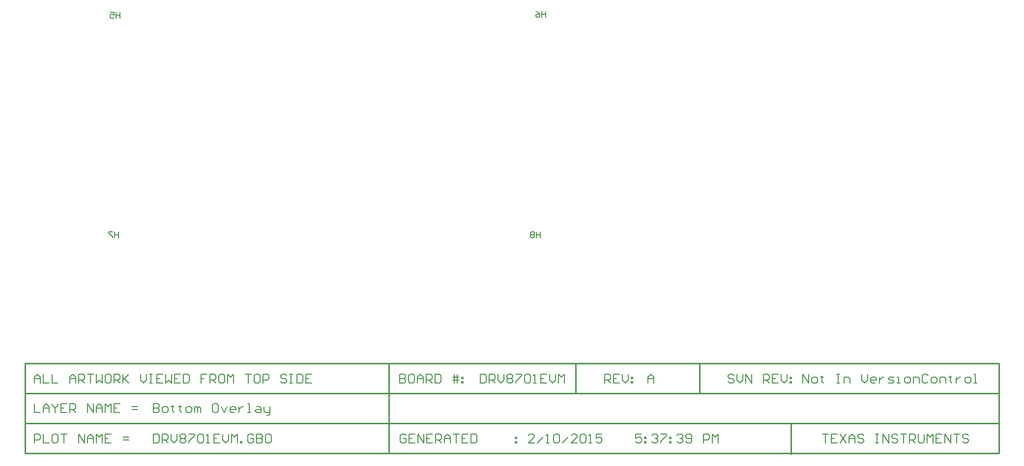
<source format=gbo>
%FSAX25Y25*%
%MOIN*%
G70*
G01*
G75*
G04 Layer_Color=9218505*
%ADD10R,0.05402X0.02795*%
%ADD11R,0.02323X0.02795*%
%ADD12R,0.05512X0.08268*%
%ADD13O,0.08268X0.01772*%
%ADD14O,0.00945X0.02362*%
%ADD15O,0.02362X0.00945*%
%ADD16R,0.11024X0.11024*%
%ADD17O,0.06693X0.01378*%
%ADD18R,0.01000X0.01000*%
%ADD19R,0.04724X0.04724*%
%ADD20C,0.03937*%
%ADD21R,0.06299X0.08268*%
%ADD22R,0.07480X0.07087*%
%ADD23R,0.07480X0.07480*%
%ADD24R,0.05315X0.01575*%
%ADD25R,0.05906X0.13780*%
%ADD26R,0.04331X0.10236*%
%ADD27R,0.08000X0.04500*%
%ADD28R,0.05512X0.04331*%
%ADD29R,0.03347X0.03150*%
%ADD30R,0.01969X0.02362*%
%ADD31R,0.03150X0.03347*%
%ADD32R,0.04331X0.05512*%
%ADD33C,0.01000*%
%ADD34C,0.03000*%
%ADD35C,0.02000*%
%ADD36C,0.00800*%
%ADD37R,0.15157X0.17795*%
%ADD38C,0.07087*%
%ADD39R,0.07087X0.07087*%
%ADD40C,0.06000*%
%ADD41C,0.02500*%
%ADD42C,0.31496*%
%ADD43R,0.05906X0.05906*%
%ADD44C,0.05906*%
%ADD45C,0.08700*%
%ADD46C,0.06200*%
%ADD47R,0.06200X0.06200*%
%ADD48R,0.06496X0.06496*%
%ADD49C,0.06496*%
%ADD50R,0.05906X0.05906*%
%ADD51R,0.03740X0.03740*%
%ADD52C,0.03740*%
%ADD53R,0.05315X0.05315*%
%ADD54C,0.05315*%
%ADD55R,0.07087X0.07087*%
%ADD56C,0.02000*%
%ADD57C,0.00600*%
%ADD58C,0.00700*%
%ADD59C,0.01575*%
%ADD60C,0.02362*%
%ADD61C,0.00984*%
%ADD62C,0.00787*%
%ADD63C,0.00799*%
%ADD64C,0.01800*%
%ADD65C,0.01500*%
%ADD66C,0.00500*%
%ADD67R,0.03937X0.01969*%
%ADD68R,0.08661X0.04331*%
%ADD69R,0.03150X0.01575*%
%ADD70R,0.07874X0.01575*%
%ADD71R,0.01969X0.03937*%
%ADD72R,0.05095X0.02937*%
%ADD73R,0.04221X0.02213*%
%ADD74R,0.03016X0.02000*%
%ADD75R,0.04839X0.04839*%
%ADD76C,0.00000*%
%ADD77R,0.05795X0.03189*%
%ADD78R,0.02717X0.03189*%
%ADD79R,0.05906X0.08661*%
%ADD80O,0.08819X0.02323*%
%ADD81O,0.01339X0.02756*%
%ADD82O,0.02756X0.01339*%
%ADD83R,0.11417X0.11417*%
%ADD84O,0.07087X0.01772*%
%ADD85R,0.05118X0.05118*%
%ADD86C,0.07874*%
%ADD87R,0.06693X0.08661*%
%ADD88R,0.07874X0.07480*%
%ADD89R,0.07874X0.07874*%
%ADD90R,0.05709X0.01969*%
%ADD91R,0.06299X0.14173*%
%ADD92R,0.04724X0.10630*%
%ADD93R,0.08400X0.04900*%
%ADD94R,0.05906X0.04724*%
%ADD95R,0.03740X0.03543*%
%ADD96R,0.02362X0.02756*%
%ADD97R,0.03543X0.03740*%
%ADD98R,0.04724X0.05906*%
%ADD99R,0.15551X0.18189*%
%ADD100C,0.07480*%
%ADD101R,0.07480X0.07480*%
%ADD102C,0.06394*%
%ADD103C,0.02894*%
%ADD104C,0.31890*%
%ADD105R,0.06299X0.06299*%
%ADD106C,0.06299*%
%ADD107C,0.09094*%
%ADD108C,0.06594*%
%ADD109R,0.06594X0.06594*%
%ADD110R,0.06299X0.06299*%
%ADD111R,0.04134X0.04134*%
%ADD112C,0.04134*%
%ADD113R,0.05709X0.05709*%
%ADD114C,0.05709*%
%ADD115C,0.02394*%
G54D33*
X0497200Y0080717D02*
Y0101050D01*
X0413200Y0080717D02*
Y0101050D01*
X0040000Y0080717D02*
X0700200D01*
X0040000Y0060383D02*
X0700000D01*
X0040000Y0040050D02*
X0440500D01*
X0040050Y0101050D02*
X0700200D01*
X0040050Y0040050D02*
Y0101050D01*
Y0040050D02*
X0197600D01*
X0040000D02*
Y0101050D01*
X0286500Y0040050D02*
Y0101050D01*
X0700200Y0040050D02*
Y0101050D01*
X0440500Y0040050D02*
X0700200D01*
X0559400Y0039400D02*
Y0059683D01*
G54D36*
X0126900Y0073549D02*
Y0067551D01*
X0129899D01*
X0130899Y0068550D01*
Y0069550D01*
X0129899Y0070550D01*
X0126900D01*
X0129899D01*
X0130899Y0071549D01*
Y0072549D01*
X0129899Y0073549D01*
X0126900D01*
X0133898Y0067551D02*
X0135897D01*
X0136897Y0068550D01*
Y0070550D01*
X0135897Y0071549D01*
X0133898D01*
X0132898Y0070550D01*
Y0068550D01*
X0133898Y0067551D01*
X0139896Y0072549D02*
Y0071549D01*
X0138896D01*
X0140895D01*
X0139896D01*
Y0068550D01*
X0140895Y0067551D01*
X0144894Y0072549D02*
Y0071549D01*
X0143895D01*
X0145894D01*
X0144894D01*
Y0068550D01*
X0145894Y0067551D01*
X0149893D02*
X0151892D01*
X0152892Y0068550D01*
Y0070550D01*
X0151892Y0071549D01*
X0149893D01*
X0148893Y0070550D01*
Y0068550D01*
X0149893Y0067551D01*
X0154891D02*
Y0071549D01*
X0155891D01*
X0156890Y0070550D01*
Y0067551D01*
Y0070550D01*
X0157890Y0071549D01*
X0158890Y0070550D01*
Y0067551D01*
X0169886Y0073549D02*
X0167887D01*
X0166887Y0072549D01*
Y0068550D01*
X0167887Y0067551D01*
X0169886D01*
X0170886Y0068550D01*
Y0072549D01*
X0169886Y0073549D01*
X0172885Y0071549D02*
X0174884Y0067551D01*
X0176884Y0071549D01*
X0181882Y0067551D02*
X0179883D01*
X0178883Y0068550D01*
Y0070550D01*
X0179883Y0071549D01*
X0181882D01*
X0182882Y0070550D01*
Y0069550D01*
X0178883D01*
X0184881Y0071549D02*
Y0067551D01*
Y0069550D01*
X0185881Y0070550D01*
X0186881Y0071549D01*
X0187880D01*
X0190879Y0067551D02*
X0192879D01*
X0191879D01*
Y0073549D01*
X0190879D01*
X0196877Y0071549D02*
X0198877D01*
X0199876Y0070550D01*
Y0067551D01*
X0196877D01*
X0195878Y0068550D01*
X0196877Y0069550D01*
X0199876D01*
X0201876Y0071549D02*
Y0068550D01*
X0202875Y0067551D01*
X0205874D01*
Y0066551D01*
X0204875Y0065551D01*
X0203875D01*
X0205874Y0067551D02*
Y0071549D01*
X0567400Y0087833D02*
Y0093831D01*
X0571399Y0087833D01*
Y0093831D01*
X0574398Y0087833D02*
X0576397D01*
X0577397Y0088833D01*
Y0090832D01*
X0576397Y0091832D01*
X0574398D01*
X0573398Y0090832D01*
Y0088833D01*
X0574398Y0087833D01*
X0580396Y0092832D02*
Y0091832D01*
X0579396D01*
X0581395D01*
X0580396D01*
Y0088833D01*
X0581395Y0087833D01*
X0590393Y0093831D02*
X0592392D01*
X0591392D01*
Y0087833D01*
X0590393D01*
X0592392D01*
X0595391D02*
Y0091832D01*
X0598390D01*
X0599390Y0090832D01*
Y0087833D01*
X0607387Y0093831D02*
Y0089833D01*
X0609386Y0087833D01*
X0611386Y0089833D01*
Y0093831D01*
X0616384Y0087833D02*
X0614385D01*
X0613385Y0088833D01*
Y0090832D01*
X0614385Y0091832D01*
X0616384D01*
X0617384Y0090832D01*
Y0089833D01*
X0613385D01*
X0619383Y0091832D02*
Y0087833D01*
Y0089833D01*
X0620383Y0090832D01*
X0621383Y0091832D01*
X0622382D01*
X0625381Y0087833D02*
X0628380D01*
X0629380Y0088833D01*
X0628380Y0089833D01*
X0626381D01*
X0625381Y0090832D01*
X0626381Y0091832D01*
X0629380D01*
X0631379Y0087833D02*
X0633379D01*
X0632379D01*
Y0091832D01*
X0631379D01*
X0637377Y0087833D02*
X0639377D01*
X0640376Y0088833D01*
Y0090832D01*
X0639377Y0091832D01*
X0637377D01*
X0636378Y0090832D01*
Y0088833D01*
X0637377Y0087833D01*
X0642376D02*
Y0091832D01*
X0645375D01*
X0646374Y0090832D01*
Y0087833D01*
X0652373Y0092832D02*
X0651373Y0093831D01*
X0649373D01*
X0648374Y0092832D01*
Y0088833D01*
X0649373Y0087833D01*
X0651373D01*
X0652373Y0088833D01*
X0655372Y0087833D02*
X0657371D01*
X0658371Y0088833D01*
Y0090832D01*
X0657371Y0091832D01*
X0655372D01*
X0654372Y0090832D01*
Y0088833D01*
X0655372Y0087833D01*
X0660370D02*
Y0091832D01*
X0663369D01*
X0664369Y0090832D01*
Y0087833D01*
X0667368Y0092832D02*
Y0091832D01*
X0666368D01*
X0668367D01*
X0667368D01*
Y0088833D01*
X0668367Y0087833D01*
X0671366Y0091832D02*
Y0087833D01*
Y0089833D01*
X0672366Y0090832D01*
X0673366Y0091832D01*
X0674365D01*
X0678364Y0087833D02*
X0680364D01*
X0681363Y0088833D01*
Y0090832D01*
X0680364Y0091832D01*
X0678364D01*
X0677364Y0090832D01*
Y0088833D01*
X0678364Y0087833D01*
X0683362D02*
X0685362D01*
X0684362D01*
Y0093831D01*
X0683362D01*
X0520799Y0092832D02*
X0519799Y0093831D01*
X0517800D01*
X0516800Y0092832D01*
Y0091832D01*
X0517800Y0090832D01*
X0519799D01*
X0520799Y0089833D01*
Y0088833D01*
X0519799Y0087833D01*
X0517800D01*
X0516800Y0088833D01*
X0522798Y0093831D02*
Y0089833D01*
X0524797Y0087833D01*
X0526797Y0089833D01*
Y0093831D01*
X0528796Y0087833D02*
Y0093831D01*
X0532795Y0087833D01*
Y0093831D01*
X0540792Y0087833D02*
Y0093831D01*
X0543791D01*
X0544791Y0092832D01*
Y0090832D01*
X0543791Y0089833D01*
X0540792D01*
X0542792D02*
X0544791Y0087833D01*
X0550789Y0093831D02*
X0546790D01*
Y0087833D01*
X0550789D01*
X0546790Y0090832D02*
X0548790D01*
X0552788Y0093831D02*
Y0089833D01*
X0554788Y0087833D01*
X0556787Y0089833D01*
Y0093831D01*
X0558786Y0091832D02*
X0559786D01*
Y0090832D01*
X0558786D01*
Y0091832D01*
Y0088833D02*
X0559786D01*
Y0087833D01*
X0558786D01*
Y0088833D01*
X0433000Y0087833D02*
Y0093831D01*
X0435999D01*
X0436999Y0092832D01*
Y0090832D01*
X0435999Y0089833D01*
X0433000D01*
X0434999D02*
X0436999Y0087833D01*
X0442997Y0093831D02*
X0438998D01*
Y0087833D01*
X0442997D01*
X0438998Y0090832D02*
X0440997D01*
X0444996Y0093831D02*
Y0089833D01*
X0446995Y0087833D01*
X0448995Y0089833D01*
Y0093831D01*
X0450994Y0091832D02*
X0451994D01*
Y0090832D01*
X0450994D01*
Y0091832D01*
Y0088833D02*
X0451994D01*
Y0087833D01*
X0450994D01*
Y0088833D01*
X0126900Y0052965D02*
Y0046966D01*
X0129899D01*
X0130899Y0047966D01*
Y0051965D01*
X0129899Y0052965D01*
X0126900D01*
X0132898Y0046966D02*
Y0052965D01*
X0135897D01*
X0136897Y0051965D01*
Y0049966D01*
X0135897Y0048966D01*
X0132898D01*
X0134897D02*
X0136897Y0046966D01*
X0138896Y0052965D02*
Y0048966D01*
X0140895Y0046966D01*
X0142895Y0048966D01*
Y0052965D01*
X0144894Y0051965D02*
X0145894Y0052965D01*
X0147893D01*
X0148893Y0051965D01*
Y0050965D01*
X0147893Y0049966D01*
X0148893Y0048966D01*
Y0047966D01*
X0147893Y0046966D01*
X0145894D01*
X0144894Y0047966D01*
Y0048966D01*
X0145894Y0049966D01*
X0144894Y0050965D01*
Y0051965D01*
X0145894Y0049966D02*
X0147893D01*
X0150892Y0052965D02*
X0154891D01*
Y0051965D01*
X0150892Y0047966D01*
Y0046966D01*
X0156890Y0051965D02*
X0157890Y0052965D01*
X0159889D01*
X0160889Y0051965D01*
Y0047966D01*
X0159889Y0046966D01*
X0157890D01*
X0156890Y0047966D01*
Y0051965D01*
X0162888Y0046966D02*
X0164888D01*
X0163888D01*
Y0052965D01*
X0162888Y0051965D01*
X0171885Y0052965D02*
X0167887D01*
Y0046966D01*
X0171885D01*
X0167887Y0049966D02*
X0169886D01*
X0173885Y0052965D02*
Y0048966D01*
X0175884Y0046966D01*
X0177884Y0048966D01*
Y0052965D01*
X0179883Y0046966D02*
Y0052965D01*
X0181882Y0050965D01*
X0183882Y0052965D01*
Y0046966D01*
X0185881D02*
Y0047966D01*
X0186881D01*
Y0046966D01*
X0185881D01*
X0194878Y0051965D02*
X0193878Y0052965D01*
X0191879D01*
X0190879Y0051965D01*
Y0047966D01*
X0191879Y0046966D01*
X0193878D01*
X0194878Y0047966D01*
Y0049966D01*
X0192879D01*
X0196877Y0052965D02*
Y0046966D01*
X0199876D01*
X0200876Y0047966D01*
Y0048966D01*
X0199876Y0049966D01*
X0196877D01*
X0199876D01*
X0200876Y0050965D01*
Y0051965D01*
X0199876Y0052965D01*
X0196877D01*
X0205874D02*
X0203875D01*
X0202875Y0051965D01*
Y0047966D01*
X0203875Y0046966D01*
X0205874D01*
X0206874Y0047966D01*
Y0051965D01*
X0205874Y0052965D01*
X0385149Y0046966D02*
X0381150D01*
X0385149Y0050965D01*
Y0051965D01*
X0384149Y0052965D01*
X0382150D01*
X0381150Y0051965D01*
X0387148Y0046966D02*
X0391147Y0050965D01*
X0393146Y0046966D02*
X0395146D01*
X0394146D01*
Y0052965D01*
X0393146Y0051965D01*
X0398145D02*
X0399144Y0052965D01*
X0401144D01*
X0402143Y0051965D01*
Y0047966D01*
X0401144Y0046966D01*
X0399144D01*
X0398145Y0047966D01*
Y0051965D01*
X0404143Y0046966D02*
X0408141Y0050965D01*
X0414139Y0046966D02*
X0410141D01*
X0414139Y0050965D01*
Y0051965D01*
X0413140Y0052965D01*
X0411140D01*
X0410141Y0051965D01*
X0416139D02*
X0417138Y0052965D01*
X0419138D01*
X0420137Y0051965D01*
Y0047966D01*
X0419138Y0046966D01*
X0417138D01*
X0416139Y0047966D01*
Y0051965D01*
X0422137Y0046966D02*
X0424136D01*
X0423136D01*
Y0052965D01*
X0422137Y0051965D01*
X0431134Y0052965D02*
X0427135D01*
Y0049966D01*
X0429135Y0050965D01*
X0430134D01*
X0431134Y0049966D01*
Y0047966D01*
X0430134Y0046966D01*
X0428135D01*
X0427135Y0047966D01*
X0298199Y0051965D02*
X0297199Y0052965D01*
X0295200D01*
X0294200Y0051965D01*
Y0047966D01*
X0295200Y0046966D01*
X0297199D01*
X0298199Y0047966D01*
Y0049966D01*
X0296199D01*
X0304197Y0052965D02*
X0300198D01*
Y0046966D01*
X0304197D01*
X0300198Y0049966D02*
X0302197D01*
X0306196Y0046966D02*
Y0052965D01*
X0310195Y0046966D01*
Y0052965D01*
X0316193D02*
X0312194D01*
Y0046966D01*
X0316193D01*
X0312194Y0049966D02*
X0314194D01*
X0318192Y0046966D02*
Y0052965D01*
X0321191D01*
X0322191Y0051965D01*
Y0049966D01*
X0321191Y0048966D01*
X0318192D01*
X0320192D02*
X0322191Y0046966D01*
X0324190D02*
Y0050965D01*
X0326190Y0052965D01*
X0328189Y0050965D01*
Y0046966D01*
Y0049966D01*
X0324190D01*
X0330188Y0052965D02*
X0334187D01*
X0332188D01*
Y0046966D01*
X0340185Y0052965D02*
X0336186D01*
Y0046966D01*
X0340185D01*
X0336186Y0049966D02*
X0338186D01*
X0342184Y0052965D02*
Y0046966D01*
X0345183D01*
X0346183Y0047966D01*
Y0051965D01*
X0345183Y0052965D01*
X0342184D01*
X0372175Y0050965D02*
X0373175D01*
Y0049966D01*
X0372175D01*
Y0050965D01*
Y0047966D02*
X0373175D01*
Y0046966D01*
X0372175D01*
Y0047966D01*
X0046350Y0087833D02*
Y0091832D01*
X0048349Y0093831D01*
X0050349Y0091832D01*
Y0087833D01*
Y0090832D01*
X0046350D01*
X0052348Y0093831D02*
Y0087833D01*
X0056347D01*
X0058346Y0093831D02*
Y0087833D01*
X0062345D01*
X0070342D02*
Y0091832D01*
X0072342Y0093831D01*
X0074341Y0091832D01*
Y0087833D01*
Y0090832D01*
X0070342D01*
X0076340Y0087833D02*
Y0093831D01*
X0079339D01*
X0080339Y0092832D01*
Y0090832D01*
X0079339Y0089833D01*
X0076340D01*
X0078340D02*
X0080339Y0087833D01*
X0082338Y0093831D02*
X0086337D01*
X0084338D01*
Y0087833D01*
X0088336Y0093831D02*
Y0087833D01*
X0090336Y0089833D01*
X0092335Y0087833D01*
Y0093831D01*
X0097334D02*
X0095334D01*
X0094335Y0092832D01*
Y0088833D01*
X0095334Y0087833D01*
X0097334D01*
X0098333Y0088833D01*
Y0092832D01*
X0097334Y0093831D01*
X0100332Y0087833D02*
Y0093831D01*
X0103332D01*
X0104331Y0092832D01*
Y0090832D01*
X0103332Y0089833D01*
X0100332D01*
X0102332D02*
X0104331Y0087833D01*
X0106331Y0093831D02*
Y0087833D01*
Y0089833D01*
X0110329Y0093831D01*
X0107330Y0090832D01*
X0110329Y0087833D01*
X0118327Y0093831D02*
Y0089833D01*
X0120326Y0087833D01*
X0122325Y0089833D01*
Y0093831D01*
X0124325D02*
X0126324D01*
X0125324D01*
Y0087833D01*
X0124325D01*
X0126324D01*
X0133322Y0093831D02*
X0129323D01*
Y0087833D01*
X0133322D01*
X0129323Y0090832D02*
X0131323D01*
X0135321Y0093831D02*
Y0087833D01*
X0137321Y0089833D01*
X0139320Y0087833D01*
Y0093831D01*
X0145318D02*
X0141319D01*
Y0087833D01*
X0145318D01*
X0141319Y0090832D02*
X0143319D01*
X0147317Y0093831D02*
Y0087833D01*
X0150316D01*
X0151316Y0088833D01*
Y0092832D01*
X0150316Y0093831D01*
X0147317D01*
X0163312D02*
X0159313D01*
Y0090832D01*
X0161313D01*
X0159313D01*
Y0087833D01*
X0165312D02*
Y0093831D01*
X0168310D01*
X0169310Y0092832D01*
Y0090832D01*
X0168310Y0089833D01*
X0165312D01*
X0167311D02*
X0169310Y0087833D01*
X0174309Y0093831D02*
X0172309D01*
X0171310Y0092832D01*
Y0088833D01*
X0172309Y0087833D01*
X0174309D01*
X0175308Y0088833D01*
Y0092832D01*
X0174309Y0093831D01*
X0177308Y0087833D02*
Y0093831D01*
X0179307Y0091832D01*
X0181306Y0093831D01*
Y0087833D01*
X0189304Y0093831D02*
X0193303D01*
X0191303D01*
Y0087833D01*
X0198301Y0093831D02*
X0196301D01*
X0195302Y0092832D01*
Y0088833D01*
X0196301Y0087833D01*
X0198301D01*
X0199301Y0088833D01*
Y0092832D01*
X0198301Y0093831D01*
X0201300Y0087833D02*
Y0093831D01*
X0204299D01*
X0205299Y0092832D01*
Y0090832D01*
X0204299Y0089833D01*
X0201300D01*
X0217295Y0092832D02*
X0216295Y0093831D01*
X0214296D01*
X0213296Y0092832D01*
Y0091832D01*
X0214296Y0090832D01*
X0216295D01*
X0217295Y0089833D01*
Y0088833D01*
X0216295Y0087833D01*
X0214296D01*
X0213296Y0088833D01*
X0219294Y0093831D02*
X0221293D01*
X0220294D01*
Y0087833D01*
X0219294D01*
X0221293D01*
X0224292Y0093831D02*
Y0087833D01*
X0227291D01*
X0228291Y0088833D01*
Y0092832D01*
X0227291Y0093831D01*
X0224292D01*
X0234289D02*
X0230291D01*
Y0087833D01*
X0234289D01*
X0230291Y0090832D02*
X0232290D01*
X0462150Y0087833D02*
Y0091832D01*
X0464149Y0093831D01*
X0466149Y0091832D01*
Y0087833D01*
Y0090832D01*
X0462150D01*
X0348550Y0093831D02*
Y0087833D01*
X0351549D01*
X0352549Y0088833D01*
Y0092832D01*
X0351549Y0093831D01*
X0348550D01*
X0354548Y0087833D02*
Y0093831D01*
X0357547D01*
X0358547Y0092832D01*
Y0090832D01*
X0357547Y0089833D01*
X0354548D01*
X0356547D02*
X0358547Y0087833D01*
X0360546Y0093831D02*
Y0089833D01*
X0362545Y0087833D01*
X0364545Y0089833D01*
Y0093831D01*
X0366544Y0092832D02*
X0367544Y0093831D01*
X0369543D01*
X0370543Y0092832D01*
Y0091832D01*
X0369543Y0090832D01*
X0370543Y0089833D01*
Y0088833D01*
X0369543Y0087833D01*
X0367544D01*
X0366544Y0088833D01*
Y0089833D01*
X0367544Y0090832D01*
X0366544Y0091832D01*
Y0092832D01*
X0367544Y0090832D02*
X0369543D01*
X0372542Y0093831D02*
X0376541D01*
Y0092832D01*
X0372542Y0088833D01*
Y0087833D01*
X0378540Y0092832D02*
X0379540Y0093831D01*
X0381539D01*
X0382539Y0092832D01*
Y0088833D01*
X0381539Y0087833D01*
X0379540D01*
X0378540Y0088833D01*
Y0092832D01*
X0384538Y0087833D02*
X0386538D01*
X0385538D01*
Y0093831D01*
X0384538Y0092832D01*
X0393535Y0093831D02*
X0389537D01*
Y0087833D01*
X0393535D01*
X0389537Y0090832D02*
X0391536D01*
X0395535Y0093831D02*
Y0089833D01*
X0397534Y0087833D01*
X0399534Y0089833D01*
Y0093831D01*
X0401533Y0087833D02*
Y0093831D01*
X0403532Y0091832D01*
X0405532Y0093831D01*
Y0087833D01*
X0294000Y0093831D02*
Y0087833D01*
X0296999D01*
X0297999Y0088833D01*
Y0089833D01*
X0296999Y0090832D01*
X0294000D01*
X0296999D01*
X0297999Y0091832D01*
Y0092832D01*
X0296999Y0093831D01*
X0294000D01*
X0302997D02*
X0300998D01*
X0299998Y0092832D01*
Y0088833D01*
X0300998Y0087833D01*
X0302997D01*
X0303997Y0088833D01*
Y0092832D01*
X0302997Y0093831D01*
X0305996Y0087833D02*
Y0091832D01*
X0307996Y0093831D01*
X0309995Y0091832D01*
Y0087833D01*
Y0090832D01*
X0305996D01*
X0311994Y0087833D02*
Y0093831D01*
X0314993D01*
X0315993Y0092832D01*
Y0090832D01*
X0314993Y0089833D01*
X0311994D01*
X0313994D02*
X0315993Y0087833D01*
X0317992Y0093831D02*
Y0087833D01*
X0320991D01*
X0321991Y0088833D01*
Y0092832D01*
X0320991Y0093831D01*
X0317992D01*
X0330988Y0087833D02*
Y0093831D01*
X0332987D02*
Y0087833D01*
X0329988Y0091832D02*
X0332987D01*
X0333987D01*
X0329988Y0089833D02*
X0333987D01*
X0335986Y0091832D02*
X0336986D01*
Y0090832D01*
X0335986D01*
Y0091832D01*
Y0088833D02*
X0336986D01*
Y0087833D01*
X0335986D01*
Y0088833D01*
X0046350Y0073549D02*
Y0067551D01*
X0050349D01*
X0052348D02*
Y0071549D01*
X0054347Y0073549D01*
X0056347Y0071549D01*
Y0067551D01*
Y0070550D01*
X0052348D01*
X0058346Y0073549D02*
Y0072549D01*
X0060346Y0070550D01*
X0062345Y0072549D01*
Y0073549D01*
X0060346Y0070550D02*
Y0067551D01*
X0068343Y0073549D02*
X0064344D01*
Y0067551D01*
X0068343D01*
X0064344Y0070550D02*
X0066343D01*
X0070342Y0067551D02*
Y0073549D01*
X0073341D01*
X0074341Y0072549D01*
Y0070550D01*
X0073341Y0069550D01*
X0070342D01*
X0072342D02*
X0074341Y0067551D01*
X0082338D02*
Y0073549D01*
X0086337Y0067551D01*
Y0073549D01*
X0088336Y0067551D02*
Y0071549D01*
X0090336Y0073549D01*
X0092335Y0071549D01*
Y0067551D01*
Y0070550D01*
X0088336D01*
X0094335Y0067551D02*
Y0073549D01*
X0096334Y0071549D01*
X0098333Y0073549D01*
Y0067551D01*
X0104331Y0073549D02*
X0100332D01*
Y0067551D01*
X0104331D01*
X0100332Y0070550D02*
X0102332D01*
X0112329Y0069550D02*
X0116327D01*
X0112329Y0071549D02*
X0116327D01*
X0046350Y0046966D02*
Y0052965D01*
X0049349D01*
X0050349Y0051965D01*
Y0049966D01*
X0049349Y0048966D01*
X0046350D01*
X0052348Y0052965D02*
Y0046966D01*
X0056347D01*
X0061345Y0052965D02*
X0059346D01*
X0058346Y0051965D01*
Y0047966D01*
X0059346Y0046966D01*
X0061345D01*
X0062345Y0047966D01*
Y0051965D01*
X0061345Y0052965D01*
X0064344D02*
X0068343D01*
X0066343D01*
Y0046966D01*
X0076340D02*
Y0052965D01*
X0080339Y0046966D01*
Y0052965D01*
X0082338Y0046966D02*
Y0050965D01*
X0084338Y0052965D01*
X0086337Y0050965D01*
Y0046966D01*
Y0049966D01*
X0082338D01*
X0088336Y0046966D02*
Y0052965D01*
X0090336Y0050965D01*
X0092335Y0052965D01*
Y0046966D01*
X0098333Y0052965D02*
X0094335D01*
Y0046966D01*
X0098333D01*
X0094335Y0049966D02*
X0096334D01*
X0106331Y0048966D02*
X0110329D01*
X0106331Y0050965D02*
X0110329D01*
X0458049Y0052965D02*
X0454050D01*
Y0049966D01*
X0456049Y0050965D01*
X0457049D01*
X0458049Y0049966D01*
Y0047966D01*
X0457049Y0046966D01*
X0455050D01*
X0454050Y0047966D01*
X0460048Y0050965D02*
X0461048D01*
Y0049966D01*
X0460048D01*
Y0050965D01*
Y0047966D02*
X0461048D01*
Y0046966D01*
X0460048D01*
Y0047966D01*
X0465046Y0051965D02*
X0466046Y0052965D01*
X0468046D01*
X0469045Y0051965D01*
Y0050965D01*
X0468046Y0049966D01*
X0467046D01*
X0468046D01*
X0469045Y0048966D01*
Y0047966D01*
X0468046Y0046966D01*
X0466046D01*
X0465046Y0047966D01*
X0471044Y0052965D02*
X0475043D01*
Y0051965D01*
X0471044Y0047966D01*
Y0046966D01*
X0477043Y0050965D02*
X0478042D01*
Y0049966D01*
X0477043D01*
Y0050965D01*
Y0047966D02*
X0478042D01*
Y0046966D01*
X0477043D01*
Y0047966D01*
X0482041Y0051965D02*
X0483041Y0052965D01*
X0485040D01*
X0486040Y0051965D01*
Y0050965D01*
X0485040Y0049966D01*
X0484040D01*
X0485040D01*
X0486040Y0048966D01*
Y0047966D01*
X0485040Y0046966D01*
X0483041D01*
X0482041Y0047966D01*
X0488039D02*
X0489039Y0046966D01*
X0491038D01*
X0492038Y0047966D01*
Y0051965D01*
X0491038Y0052965D01*
X0489039D01*
X0488039Y0051965D01*
Y0050965D01*
X0489039Y0049966D01*
X0492038D01*
X0500035Y0046966D02*
Y0052965D01*
X0503034D01*
X0504034Y0051965D01*
Y0049966D01*
X0503034Y0048966D01*
X0500035D01*
X0506033Y0046966D02*
Y0052965D01*
X0508033Y0050965D01*
X0510032Y0052965D01*
Y0046966D01*
X0580500Y0052965D02*
X0584499D01*
X0582499D01*
Y0046966D01*
X0590497Y0052965D02*
X0586498D01*
Y0046966D01*
X0590497D01*
X0586498Y0049966D02*
X0588497D01*
X0592496Y0052965D02*
X0596495Y0046966D01*
Y0052965D02*
X0592496Y0046966D01*
X0598494D02*
Y0050965D01*
X0600493Y0052965D01*
X0602493Y0050965D01*
Y0046966D01*
Y0049966D01*
X0598494D01*
X0608491Y0051965D02*
X0607491Y0052965D01*
X0605492D01*
X0604492Y0051965D01*
Y0050965D01*
X0605492Y0049966D01*
X0607491D01*
X0608491Y0048966D01*
Y0047966D01*
X0607491Y0046966D01*
X0605492D01*
X0604492Y0047966D01*
X0616488Y0052965D02*
X0618488D01*
X0617488D01*
Y0046966D01*
X0616488D01*
X0618488D01*
X0621487D02*
Y0052965D01*
X0625486Y0046966D01*
Y0052965D01*
X0631484Y0051965D02*
X0630484Y0052965D01*
X0628484D01*
X0627485Y0051965D01*
Y0050965D01*
X0628484Y0049966D01*
X0630484D01*
X0631484Y0048966D01*
Y0047966D01*
X0630484Y0046966D01*
X0628484D01*
X0627485Y0047966D01*
X0633483Y0052965D02*
X0637482D01*
X0635482D01*
Y0046966D01*
X0639481D02*
Y0052965D01*
X0642480D01*
X0643480Y0051965D01*
Y0049966D01*
X0642480Y0048966D01*
X0639481D01*
X0641480D02*
X0643480Y0046966D01*
X0645479Y0052965D02*
Y0047966D01*
X0646479Y0046966D01*
X0648478D01*
X0649478Y0047966D01*
Y0052965D01*
X0651477Y0046966D02*
Y0052965D01*
X0653476Y0050965D01*
X0655476Y0052965D01*
Y0046966D01*
X0661474Y0052965D02*
X0657475D01*
Y0046966D01*
X0661474D01*
X0657475Y0049966D02*
X0659474D01*
X0663473Y0046966D02*
Y0052965D01*
X0667472Y0046966D01*
Y0052965D01*
X0669471D02*
X0673470D01*
X0671471D01*
Y0046966D01*
X0679468Y0051965D02*
X0678468Y0052965D01*
X0676469D01*
X0675469Y0051965D01*
Y0050965D01*
X0676469Y0049966D01*
X0678468D01*
X0679468Y0048966D01*
Y0047966D01*
X0678468Y0046966D01*
X0676469D01*
X0675469Y0047966D01*
G54D58*
X0104200Y0339399D02*
Y0335400D01*
Y0337399D01*
X0101534D01*
Y0339399D01*
Y0335400D01*
X0097536Y0339399D02*
X0100201D01*
Y0337399D01*
X0098868Y0338066D01*
X0098202D01*
X0097536Y0337399D01*
Y0336066D01*
X0098202Y0335400D01*
X0099535D01*
X0100201Y0336066D01*
X0392976Y0339899D02*
Y0335900D01*
Y0337899D01*
X0390310D01*
Y0339899D01*
Y0335900D01*
X0386311Y0339899D02*
X0387644Y0339232D01*
X0388977Y0337899D01*
Y0336566D01*
X0388310Y0335900D01*
X0386978D01*
X0386311Y0336566D01*
Y0337233D01*
X0386978Y0337899D01*
X0388977D01*
X0103200Y0190399D02*
Y0186400D01*
Y0188399D01*
X0100534D01*
Y0190399D01*
Y0186400D01*
X0099201Y0190399D02*
X0096535D01*
Y0189732D01*
X0099201Y0187066D01*
Y0186400D01*
X0389200Y0190399D02*
Y0186400D01*
Y0188399D01*
X0386534D01*
Y0190399D01*
Y0186400D01*
X0385201Y0189732D02*
X0384535Y0190399D01*
X0383202D01*
X0382536Y0189732D01*
Y0189066D01*
X0383202Y0188399D01*
X0382536Y0187733D01*
Y0187066D01*
X0383202Y0186400D01*
X0384535D01*
X0385201Y0187066D01*
Y0187733D01*
X0384535Y0188399D01*
X0385201Y0189066D01*
Y0189732D01*
X0384535Y0188399D02*
X0383202D01*
M02*

</source>
